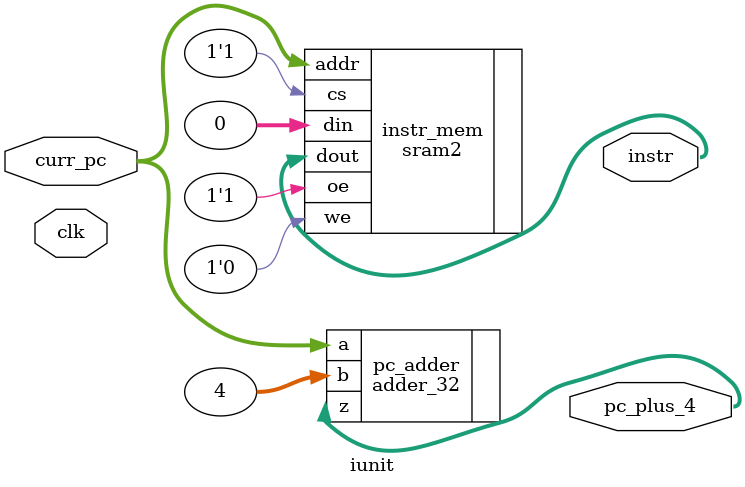
<source format=v>

module iunit (clk, curr_pc, instr, pc_plus_4);
    parameter dat_file = "data/bills_branch.dat";
    input [31:0] curr_pc;
    //input [31:0] target;
    output [31:0] pc_plus_4;
    output [31:0] instr;
    input clk;

    // program counter (already in CPU)
   //  reg_32 prog_counter (.clk(clk), .d(next_pc), .q(curr_pc));

    // loads instructions into sram
    sram2 instr_mem(.cs(1'b1) , .oe(1'b1) , .we(1'b0) , .addr(curr_pc) , .din(0) , .dout(instr));
    defparam instr_mem.mem_file = dat_file;

    // adds "1" to PC
    adder_32 pc_adder(.a(curr_pc), .b(32'b00000000000000000000000000000100), .z(pc_plus_4));

    // mux to determine next instruction (0: PC +=4, 1: PC = jump to next instr) already in CPU
    //mux_n next_instr_mux(.sel(branch_ctrl), .src0(pc4_wire), .src1(target), .z(next_pc));
    //defparam next_instr_mux.n = 32;

    // stores values in register
    //IF_ID_reg iunit_reg (.clk(clk), .pc_in(pc4_wire), .instr_in(instr_wire), .pc_out(pc_plus_4), .instr_out(instr));

endmodule
</source>
